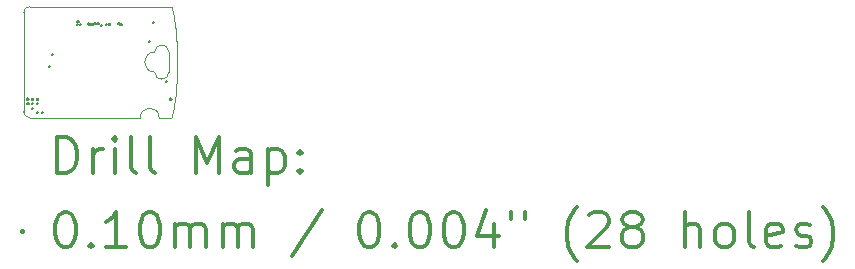
<source format=gbr>
%FSLAX45Y45*%
G04 Gerber Fmt 4.5, Leading zero omitted, Abs format (unit mm)*
G04 Created by KiCad (PCBNEW (5.0.1)-3) date 12/22/18 23:53:41*
%MOMM*%
%LPD*%
G01*
G04 APERTURE LIST*
%ADD10C,0.010000*%
%ADD11C,0.050000*%
%ADD12C,0.200000*%
%ADD13C,0.300000*%
G04 APERTURE END LIST*
D10*
X2932500Y-2265000D02*
G75*
G02X2812500Y-2265000I-60000J0D01*
G01*
X2932500Y-2095000D02*
G75*
G03X2812500Y-2095000I-60000J0D01*
G01*
X2812500Y-2095000D02*
G75*
G03X2812500Y-2265000I0J-85000D01*
G01*
D11*
X2850000Y-2650000D02*
G75*
G03X2690000Y-2650000I-80000J0D01*
G01*
X2850000Y-2650000D02*
X2952500Y-2650000D01*
D10*
X2932500Y-2095000D02*
X2932500Y-2265000D01*
D11*
X1752500Y-1710000D02*
G75*
G03X1702500Y-1760000I0J-50000D01*
G01*
X1702500Y-2600000D02*
G75*
G03X1752500Y-2650000I50000J0D01*
G01*
X1702500Y-1760000D02*
X1702500Y-2600000D01*
X2952500Y-1710000D02*
X1752500Y-1710000D01*
X1752500Y-2650000D02*
X2690000Y-2650000D01*
X3002500Y-2180000D02*
X3002500Y-2167000D01*
X3002500Y-2167000D02*
X3002500Y-2153000D01*
X3002500Y-2153000D02*
X3002500Y-2140000D01*
X3002500Y-2140000D02*
X3002500Y-2126000D01*
X3002500Y-2126000D02*
X3001500Y-2113000D01*
X3001500Y-2113000D02*
X3001500Y-2099000D01*
X3001500Y-2099000D02*
X3001500Y-2086000D01*
X3001500Y-2086000D02*
X3000500Y-2073000D01*
X3000500Y-2073000D02*
X3000500Y-2059000D01*
X3000500Y-2059000D02*
X2999500Y-2046000D01*
X2999500Y-2046000D02*
X2998500Y-2033000D01*
X2998500Y-2033000D02*
X2998500Y-2020000D01*
X2998500Y-2020000D02*
X2997500Y-2007000D01*
X2997500Y-2007000D02*
X2996500Y-1995000D01*
X2996500Y-1995000D02*
X2995500Y-1982000D01*
X2995500Y-1982000D02*
X2994500Y-1970000D01*
X2994500Y-1970000D02*
X2993500Y-1957000D01*
X2993500Y-1957000D02*
X2992500Y-1945000D01*
X2992500Y-1945000D02*
X2991500Y-1933000D01*
X2991500Y-1933000D02*
X2990500Y-1921000D01*
X2990500Y-1921000D02*
X2989500Y-1909000D01*
X2989500Y-1909000D02*
X2988500Y-1897000D01*
X2988500Y-1897000D02*
X2986500Y-1886000D01*
X2986500Y-1886000D02*
X2985500Y-1874000D01*
X2985500Y-1874000D02*
X2984500Y-1863000D01*
X2984500Y-1863000D02*
X2982500Y-1852000D01*
X2982500Y-1852000D02*
X2981500Y-1842000D01*
X2981500Y-1842000D02*
X2979500Y-1831000D01*
X2979500Y-1831000D02*
X2978500Y-1821000D01*
X2978500Y-1821000D02*
X2976500Y-1811000D01*
X2976500Y-1811000D02*
X2974500Y-1801000D01*
X2974500Y-1801000D02*
X2973500Y-1791000D01*
X2973500Y-1791000D02*
X2971500Y-1782000D01*
X2971500Y-1782000D02*
X2969500Y-1772000D01*
X2969500Y-1772000D02*
X2967500Y-1764000D01*
X2967500Y-1764000D02*
X2965500Y-1755000D01*
X2965500Y-1755000D02*
X2964500Y-1746000D01*
X2964500Y-1746000D02*
X2962500Y-1738000D01*
X2962500Y-1738000D02*
X2960500Y-1730000D01*
X2960500Y-1730000D02*
X2958500Y-1723000D01*
X2958500Y-1723000D02*
X2955500Y-1715000D01*
X2955500Y-1715000D02*
X2952500Y-1710000D01*
X2952500Y-2650000D02*
X2955500Y-2645000D01*
X2955500Y-2645000D02*
X2958500Y-2637000D01*
X2958500Y-2637000D02*
X2960500Y-2630000D01*
X2960500Y-2630000D02*
X2962500Y-2622000D01*
X2962500Y-2622000D02*
X2964500Y-2614000D01*
X2964500Y-2614000D02*
X2965500Y-2605000D01*
X2965500Y-2605000D02*
X2967500Y-2596000D01*
X2967500Y-2596000D02*
X2969500Y-2588000D01*
X2969500Y-2588000D02*
X2971500Y-2578000D01*
X2971500Y-2578000D02*
X2973500Y-2569000D01*
X2973500Y-2569000D02*
X2974500Y-2559000D01*
X2974500Y-2559000D02*
X2976500Y-2549000D01*
X2976500Y-2549000D02*
X2978500Y-2539000D01*
X2978500Y-2539000D02*
X2979500Y-2529000D01*
X2979500Y-2529000D02*
X2981500Y-2518000D01*
X2981500Y-2518000D02*
X2982500Y-2508000D01*
X2982500Y-2508000D02*
X2984500Y-2497000D01*
X2984500Y-2497000D02*
X2985500Y-2486000D01*
X2985500Y-2486000D02*
X2986500Y-2474000D01*
X2986500Y-2474000D02*
X2988500Y-2463000D01*
X2988500Y-2463000D02*
X2989500Y-2451000D01*
X2989500Y-2451000D02*
X2990500Y-2439000D01*
X2990500Y-2439000D02*
X2991500Y-2427000D01*
X2991500Y-2427000D02*
X2992500Y-2415000D01*
X2992500Y-2415000D02*
X2993500Y-2403000D01*
X2993500Y-2403000D02*
X2994500Y-2390000D01*
X2994500Y-2390000D02*
X2995500Y-2378000D01*
X2995500Y-2378000D02*
X2996500Y-2365000D01*
X2996500Y-2365000D02*
X2997500Y-2353000D01*
X2997500Y-2353000D02*
X2998500Y-2340000D01*
X2998500Y-2340000D02*
X2998500Y-2327000D01*
X2998500Y-2327000D02*
X2999500Y-2314000D01*
X2999500Y-2314000D02*
X3000500Y-2301000D01*
X3000500Y-2301000D02*
X3000500Y-2287000D01*
X3000500Y-2287000D02*
X3001500Y-2274000D01*
X3001500Y-2274000D02*
X3001500Y-2261000D01*
X3001500Y-2261000D02*
X3001500Y-2247000D01*
X3001500Y-2247000D02*
X3002500Y-2234000D01*
X3002500Y-2234000D02*
X3002500Y-2220000D01*
X3002500Y-2220000D02*
X3002500Y-2207000D01*
X3002500Y-2207000D02*
X3002500Y-2193000D01*
X3002500Y-2193000D02*
X3002500Y-2180000D01*
D12*
X1735000Y-2487500D02*
X1745000Y-2497500D01*
X1745000Y-2487500D02*
X1735000Y-2497500D01*
X1735000Y-2527500D02*
X1745000Y-2537500D01*
X1745000Y-2527500D02*
X1735000Y-2537500D01*
X1775000Y-2487500D02*
X1785000Y-2497500D01*
X1785000Y-2487500D02*
X1775000Y-2497500D01*
X1775000Y-2527500D02*
X1785000Y-2537500D01*
X1785000Y-2527500D02*
X1775000Y-2537500D01*
X1775000Y-2567500D02*
X1785000Y-2577500D01*
X1785000Y-2567500D02*
X1775000Y-2577500D01*
X1815000Y-2487500D02*
X1825000Y-2497500D01*
X1825000Y-2487500D02*
X1815000Y-2497500D01*
X1815000Y-2527500D02*
X1825000Y-2537500D01*
X1825000Y-2527500D02*
X1815000Y-2537500D01*
X1815000Y-2602500D02*
X1825000Y-2612500D01*
X1825000Y-2602500D02*
X1815000Y-2612500D01*
X1855000Y-2602500D02*
X1865000Y-2612500D01*
X1865000Y-2602500D02*
X1855000Y-2612500D01*
X1915000Y-2210000D02*
X1925000Y-2220000D01*
X1925000Y-2210000D02*
X1915000Y-2220000D01*
X1942500Y-2112500D02*
X1952500Y-2122500D01*
X1952500Y-2112500D02*
X1942500Y-2122500D01*
X2155000Y-1855000D02*
X2165000Y-1865000D01*
X2165000Y-1855000D02*
X2155000Y-1865000D01*
X2157500Y-1832500D02*
X2167500Y-1842500D01*
X2167500Y-1832500D02*
X2157500Y-1842500D01*
X2180000Y-1855000D02*
X2190000Y-1865000D01*
X2190000Y-1855000D02*
X2180000Y-1865000D01*
X2247500Y-1845000D02*
X2257500Y-1855000D01*
X2257500Y-1845000D02*
X2247500Y-1855000D01*
X2260000Y-1857500D02*
X2270000Y-1867500D01*
X2270000Y-1857500D02*
X2260000Y-1867500D01*
X2280000Y-1852500D02*
X2290000Y-1862500D01*
X2290000Y-1852500D02*
X2280000Y-1862500D01*
X2302500Y-1850000D02*
X2312500Y-1860000D01*
X2312500Y-1850000D02*
X2302500Y-1860000D01*
X2327500Y-1850000D02*
X2337500Y-1860000D01*
X2337500Y-1850000D02*
X2327500Y-1860000D01*
X2359000Y-1862500D02*
X2369000Y-1872500D01*
X2369000Y-1862500D02*
X2359000Y-1872500D01*
X2402500Y-1855000D02*
X2412500Y-1865000D01*
X2412500Y-1855000D02*
X2402500Y-1865000D01*
X2425000Y-1852500D02*
X2435000Y-1862500D01*
X2435000Y-1852500D02*
X2425000Y-1862500D01*
X2505000Y-1847500D02*
X2515000Y-1857500D01*
X2515000Y-1847500D02*
X2505000Y-1857500D01*
X2522500Y-1855000D02*
X2532500Y-1865000D01*
X2532500Y-1855000D02*
X2522500Y-1865000D01*
X2765000Y-2002500D02*
X2775000Y-2012500D01*
X2775000Y-2002500D02*
X2765000Y-2012500D01*
X2800000Y-1840000D02*
X2810000Y-1850000D01*
X2810000Y-1840000D02*
X2800000Y-1850000D01*
X2910000Y-2342500D02*
X2920000Y-2352500D01*
X2920000Y-2342500D02*
X2910000Y-2352500D01*
X2945000Y-2487500D02*
X2955000Y-2497500D01*
X2955000Y-2487500D02*
X2945000Y-2497500D01*
D13*
X1986428Y-3118214D02*
X1986428Y-2818214D01*
X2057857Y-2818214D01*
X2100714Y-2832500D01*
X2129286Y-2861071D01*
X2143571Y-2889643D01*
X2157857Y-2946786D01*
X2157857Y-2989643D01*
X2143571Y-3046786D01*
X2129286Y-3075357D01*
X2100714Y-3103929D01*
X2057857Y-3118214D01*
X1986428Y-3118214D01*
X2286428Y-3118214D02*
X2286428Y-2918214D01*
X2286428Y-2975357D02*
X2300714Y-2946786D01*
X2315000Y-2932500D01*
X2343571Y-2918214D01*
X2372143Y-2918214D01*
X2472143Y-3118214D02*
X2472143Y-2918214D01*
X2472143Y-2818214D02*
X2457857Y-2832500D01*
X2472143Y-2846786D01*
X2486428Y-2832500D01*
X2472143Y-2818214D01*
X2472143Y-2846786D01*
X2657857Y-3118214D02*
X2629286Y-3103929D01*
X2615000Y-3075357D01*
X2615000Y-2818214D01*
X2815000Y-3118214D02*
X2786428Y-3103929D01*
X2772143Y-3075357D01*
X2772143Y-2818214D01*
X3157857Y-3118214D02*
X3157857Y-2818214D01*
X3257857Y-3032500D01*
X3357857Y-2818214D01*
X3357857Y-3118214D01*
X3629286Y-3118214D02*
X3629286Y-2961071D01*
X3615000Y-2932500D01*
X3586428Y-2918214D01*
X3529286Y-2918214D01*
X3500714Y-2932500D01*
X3629286Y-3103929D02*
X3600714Y-3118214D01*
X3529286Y-3118214D01*
X3500714Y-3103929D01*
X3486428Y-3075357D01*
X3486428Y-3046786D01*
X3500714Y-3018214D01*
X3529286Y-3003929D01*
X3600714Y-3003929D01*
X3629286Y-2989643D01*
X3772143Y-2918214D02*
X3772143Y-3218214D01*
X3772143Y-2932500D02*
X3800714Y-2918214D01*
X3857857Y-2918214D01*
X3886428Y-2932500D01*
X3900714Y-2946786D01*
X3915000Y-2975357D01*
X3915000Y-3061071D01*
X3900714Y-3089643D01*
X3886428Y-3103929D01*
X3857857Y-3118214D01*
X3800714Y-3118214D01*
X3772143Y-3103929D01*
X4043571Y-3089643D02*
X4057857Y-3103929D01*
X4043571Y-3118214D01*
X4029286Y-3103929D01*
X4043571Y-3089643D01*
X4043571Y-3118214D01*
X4043571Y-2932500D02*
X4057857Y-2946786D01*
X4043571Y-2961071D01*
X4029286Y-2946786D01*
X4043571Y-2932500D01*
X4043571Y-2961071D01*
X1690000Y-3607500D02*
X1700000Y-3617500D01*
X1700000Y-3607500D02*
X1690000Y-3617500D01*
X2043571Y-3448214D02*
X2072143Y-3448214D01*
X2100714Y-3462500D01*
X2115000Y-3476786D01*
X2129286Y-3505357D01*
X2143571Y-3562500D01*
X2143571Y-3633929D01*
X2129286Y-3691071D01*
X2115000Y-3719643D01*
X2100714Y-3733929D01*
X2072143Y-3748214D01*
X2043571Y-3748214D01*
X2015000Y-3733929D01*
X2000714Y-3719643D01*
X1986428Y-3691071D01*
X1972143Y-3633929D01*
X1972143Y-3562500D01*
X1986428Y-3505357D01*
X2000714Y-3476786D01*
X2015000Y-3462500D01*
X2043571Y-3448214D01*
X2272143Y-3719643D02*
X2286428Y-3733929D01*
X2272143Y-3748214D01*
X2257857Y-3733929D01*
X2272143Y-3719643D01*
X2272143Y-3748214D01*
X2572143Y-3748214D02*
X2400714Y-3748214D01*
X2486428Y-3748214D02*
X2486428Y-3448214D01*
X2457857Y-3491071D01*
X2429286Y-3519643D01*
X2400714Y-3533929D01*
X2757857Y-3448214D02*
X2786428Y-3448214D01*
X2815000Y-3462500D01*
X2829286Y-3476786D01*
X2843571Y-3505357D01*
X2857857Y-3562500D01*
X2857857Y-3633929D01*
X2843571Y-3691071D01*
X2829286Y-3719643D01*
X2815000Y-3733929D01*
X2786428Y-3748214D01*
X2757857Y-3748214D01*
X2729286Y-3733929D01*
X2715000Y-3719643D01*
X2700714Y-3691071D01*
X2686428Y-3633929D01*
X2686428Y-3562500D01*
X2700714Y-3505357D01*
X2715000Y-3476786D01*
X2729286Y-3462500D01*
X2757857Y-3448214D01*
X2986428Y-3748214D02*
X2986428Y-3548214D01*
X2986428Y-3576786D02*
X3000714Y-3562500D01*
X3029286Y-3548214D01*
X3072143Y-3548214D01*
X3100714Y-3562500D01*
X3115000Y-3591071D01*
X3115000Y-3748214D01*
X3115000Y-3591071D02*
X3129286Y-3562500D01*
X3157857Y-3548214D01*
X3200714Y-3548214D01*
X3229286Y-3562500D01*
X3243571Y-3591071D01*
X3243571Y-3748214D01*
X3386428Y-3748214D02*
X3386428Y-3548214D01*
X3386428Y-3576786D02*
X3400714Y-3562500D01*
X3429286Y-3548214D01*
X3472143Y-3548214D01*
X3500714Y-3562500D01*
X3515000Y-3591071D01*
X3515000Y-3748214D01*
X3515000Y-3591071D02*
X3529286Y-3562500D01*
X3557857Y-3548214D01*
X3600714Y-3548214D01*
X3629286Y-3562500D01*
X3643571Y-3591071D01*
X3643571Y-3748214D01*
X4229286Y-3433929D02*
X3972143Y-3819643D01*
X4615000Y-3448214D02*
X4643571Y-3448214D01*
X4672143Y-3462500D01*
X4686428Y-3476786D01*
X4700714Y-3505357D01*
X4715000Y-3562500D01*
X4715000Y-3633929D01*
X4700714Y-3691071D01*
X4686428Y-3719643D01*
X4672143Y-3733929D01*
X4643571Y-3748214D01*
X4615000Y-3748214D01*
X4586428Y-3733929D01*
X4572143Y-3719643D01*
X4557857Y-3691071D01*
X4543571Y-3633929D01*
X4543571Y-3562500D01*
X4557857Y-3505357D01*
X4572143Y-3476786D01*
X4586428Y-3462500D01*
X4615000Y-3448214D01*
X4843571Y-3719643D02*
X4857857Y-3733929D01*
X4843571Y-3748214D01*
X4829286Y-3733929D01*
X4843571Y-3719643D01*
X4843571Y-3748214D01*
X5043571Y-3448214D02*
X5072143Y-3448214D01*
X5100714Y-3462500D01*
X5115000Y-3476786D01*
X5129286Y-3505357D01*
X5143571Y-3562500D01*
X5143571Y-3633929D01*
X5129286Y-3691071D01*
X5115000Y-3719643D01*
X5100714Y-3733929D01*
X5072143Y-3748214D01*
X5043571Y-3748214D01*
X5015000Y-3733929D01*
X5000714Y-3719643D01*
X4986428Y-3691071D01*
X4972143Y-3633929D01*
X4972143Y-3562500D01*
X4986428Y-3505357D01*
X5000714Y-3476786D01*
X5015000Y-3462500D01*
X5043571Y-3448214D01*
X5329286Y-3448214D02*
X5357857Y-3448214D01*
X5386428Y-3462500D01*
X5400714Y-3476786D01*
X5415000Y-3505357D01*
X5429286Y-3562500D01*
X5429286Y-3633929D01*
X5415000Y-3691071D01*
X5400714Y-3719643D01*
X5386428Y-3733929D01*
X5357857Y-3748214D01*
X5329286Y-3748214D01*
X5300714Y-3733929D01*
X5286428Y-3719643D01*
X5272143Y-3691071D01*
X5257857Y-3633929D01*
X5257857Y-3562500D01*
X5272143Y-3505357D01*
X5286428Y-3476786D01*
X5300714Y-3462500D01*
X5329286Y-3448214D01*
X5686428Y-3548214D02*
X5686428Y-3748214D01*
X5615000Y-3433929D02*
X5543571Y-3648214D01*
X5729286Y-3648214D01*
X5829286Y-3448214D02*
X5829286Y-3505357D01*
X5943571Y-3448214D02*
X5943571Y-3505357D01*
X6386428Y-3862500D02*
X6372143Y-3848214D01*
X6343571Y-3805357D01*
X6329286Y-3776786D01*
X6315000Y-3733929D01*
X6300714Y-3662500D01*
X6300714Y-3605357D01*
X6315000Y-3533929D01*
X6329286Y-3491071D01*
X6343571Y-3462500D01*
X6372143Y-3419643D01*
X6386428Y-3405357D01*
X6486428Y-3476786D02*
X6500714Y-3462500D01*
X6529286Y-3448214D01*
X6600714Y-3448214D01*
X6629286Y-3462500D01*
X6643571Y-3476786D01*
X6657857Y-3505357D01*
X6657857Y-3533929D01*
X6643571Y-3576786D01*
X6472143Y-3748214D01*
X6657857Y-3748214D01*
X6829286Y-3576786D02*
X6800714Y-3562500D01*
X6786428Y-3548214D01*
X6772143Y-3519643D01*
X6772143Y-3505357D01*
X6786428Y-3476786D01*
X6800714Y-3462500D01*
X6829286Y-3448214D01*
X6886428Y-3448214D01*
X6915000Y-3462500D01*
X6929286Y-3476786D01*
X6943571Y-3505357D01*
X6943571Y-3519643D01*
X6929286Y-3548214D01*
X6915000Y-3562500D01*
X6886428Y-3576786D01*
X6829286Y-3576786D01*
X6800714Y-3591071D01*
X6786428Y-3605357D01*
X6772143Y-3633929D01*
X6772143Y-3691071D01*
X6786428Y-3719643D01*
X6800714Y-3733929D01*
X6829286Y-3748214D01*
X6886428Y-3748214D01*
X6915000Y-3733929D01*
X6929286Y-3719643D01*
X6943571Y-3691071D01*
X6943571Y-3633929D01*
X6929286Y-3605357D01*
X6915000Y-3591071D01*
X6886428Y-3576786D01*
X7300714Y-3748214D02*
X7300714Y-3448214D01*
X7429286Y-3748214D02*
X7429286Y-3591071D01*
X7415000Y-3562500D01*
X7386428Y-3548214D01*
X7343571Y-3548214D01*
X7315000Y-3562500D01*
X7300714Y-3576786D01*
X7615000Y-3748214D02*
X7586428Y-3733929D01*
X7572143Y-3719643D01*
X7557857Y-3691071D01*
X7557857Y-3605357D01*
X7572143Y-3576786D01*
X7586428Y-3562500D01*
X7615000Y-3548214D01*
X7657857Y-3548214D01*
X7686428Y-3562500D01*
X7700714Y-3576786D01*
X7715000Y-3605357D01*
X7715000Y-3691071D01*
X7700714Y-3719643D01*
X7686428Y-3733929D01*
X7657857Y-3748214D01*
X7615000Y-3748214D01*
X7886428Y-3748214D02*
X7857857Y-3733929D01*
X7843571Y-3705357D01*
X7843571Y-3448214D01*
X8115000Y-3733929D02*
X8086428Y-3748214D01*
X8029286Y-3748214D01*
X8000714Y-3733929D01*
X7986428Y-3705357D01*
X7986428Y-3591071D01*
X8000714Y-3562500D01*
X8029286Y-3548214D01*
X8086428Y-3548214D01*
X8115000Y-3562500D01*
X8129286Y-3591071D01*
X8129286Y-3619643D01*
X7986428Y-3648214D01*
X8243571Y-3733929D02*
X8272143Y-3748214D01*
X8329286Y-3748214D01*
X8357857Y-3733929D01*
X8372143Y-3705357D01*
X8372143Y-3691071D01*
X8357857Y-3662500D01*
X8329286Y-3648214D01*
X8286428Y-3648214D01*
X8257857Y-3633929D01*
X8243571Y-3605357D01*
X8243571Y-3591071D01*
X8257857Y-3562500D01*
X8286428Y-3548214D01*
X8329286Y-3548214D01*
X8357857Y-3562500D01*
X8472143Y-3862500D02*
X8486428Y-3848214D01*
X8515000Y-3805357D01*
X8529286Y-3776786D01*
X8543571Y-3733929D01*
X8557857Y-3662500D01*
X8557857Y-3605357D01*
X8543571Y-3533929D01*
X8529286Y-3491071D01*
X8515000Y-3462500D01*
X8486428Y-3419643D01*
X8472143Y-3405357D01*
M02*

</source>
